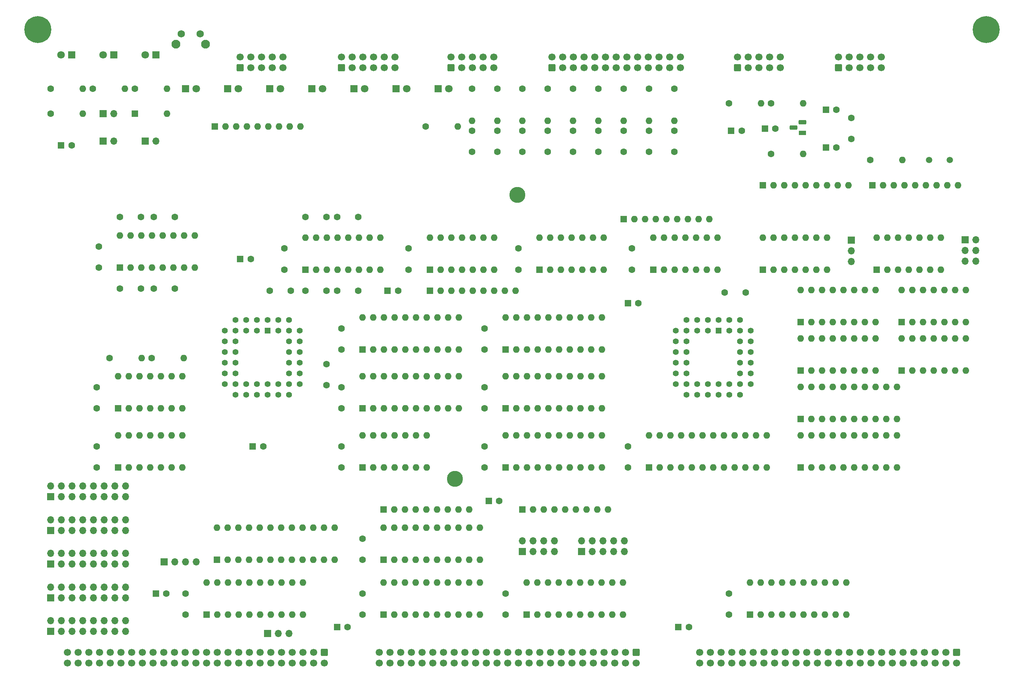
<source format=gbr>
%TF.GenerationSoftware,KiCad,Pcbnew,(6.0.11)*%
%TF.CreationDate,2023-09-02T05:53:18-04:00*%
%TF.ProjectId,input-output.Multi,696e7075-742d-46f7-9574-7075742e4d75,rev?*%
%TF.SameCoordinates,Original*%
%TF.FileFunction,Soldermask,Bot*%
%TF.FilePolarity,Negative*%
%FSLAX46Y46*%
G04 Gerber Fmt 4.6, Leading zero omitted, Abs format (unit mm)*
G04 Created by KiCad (PCBNEW (6.0.11)) date 2023-09-02 05:53:18*
%MOMM*%
%LPD*%
G01*
G04 APERTURE LIST*
G04 Aperture macros list*
%AMRoundRect*
0 Rectangle with rounded corners*
0 $1 Rounding radius*
0 $2 $3 $4 $5 $6 $7 $8 $9 X,Y pos of 4 corners*
0 Add a 4 corners polygon primitive as box body*
4,1,4,$2,$3,$4,$5,$6,$7,$8,$9,$2,$3,0*
0 Add four circle primitives for the rounded corners*
1,1,$1+$1,$2,$3*
1,1,$1+$1,$4,$5*
1,1,$1+$1,$6,$7*
1,1,$1+$1,$8,$9*
0 Add four rect primitives between the rounded corners*
20,1,$1+$1,$2,$3,$4,$5,0*
20,1,$1+$1,$4,$5,$6,$7,0*
20,1,$1+$1,$6,$7,$8,$9,0*
20,1,$1+$1,$8,$9,$2,$3,0*%
G04 Aperture macros list end*
%ADD10R,1.600000X1.600000*%
%ADD11C,1.600000*%
%ADD12O,1.600000X1.600000*%
%ADD13R,1.800000X1.800000*%
%ADD14C,1.800000*%
%ADD15C,6.400000*%
%ADD16R,1.700000X1.700000*%
%ADD17O,1.700000X1.700000*%
%ADD18RoundRect,0.250000X0.600000X-0.600000X0.600000X0.600000X-0.600000X0.600000X-0.600000X-0.600000X0*%
%ADD19C,1.700000*%
%ADD20R,1.422400X1.422400*%
%ADD21C,1.422400*%
%ADD22R,1.800000X1.100000*%
%ADD23RoundRect,0.275000X0.625000X-0.275000X0.625000X0.275000X-0.625000X0.275000X-0.625000X-0.275000X0*%
%ADD24C,2.100000*%
%ADD25C,1.750000*%
%ADD26RoundRect,0.250000X-0.600000X0.600000X-0.600000X-0.600000X0.600000X-0.600000X0.600000X0.600000X0*%
%ADD27C,1.500000*%
%ADD28C,3.800000*%
G04 APERTURE END LIST*
D10*
%TO.C,C1*%
X45500000Y-102500000D03*
D11*
X48000000Y-102500000D03*
%TD*%
D10*
%TO.C,C21*%
X204500000Y-99000000D03*
D11*
X207000000Y-99000000D03*
%TD*%
D10*
%TO.C,C22*%
X212500000Y-98500000D03*
D11*
X215000000Y-98500000D03*
%TD*%
%TO.C,C23*%
X154000000Y-127000000D03*
X154000000Y-132000000D03*
%TD*%
%TO.C,C24*%
X233000000Y-96000000D03*
X233000000Y-101000000D03*
%TD*%
%TO.C,C25*%
X54000000Y-160000000D03*
X54000000Y-165000000D03*
%TD*%
%TO.C,C26*%
X128000000Y-127000000D03*
X128000000Y-132000000D03*
%TD*%
%TO.C,C27*%
X180000000Y-174000000D03*
X180000000Y-179000000D03*
%TD*%
%TO.C,C28*%
X112000000Y-160000000D03*
X112000000Y-165000000D03*
%TD*%
%TO.C,C29*%
X112000000Y-146000000D03*
X112000000Y-151000000D03*
%TD*%
%TO.C,C30*%
X112000000Y-174000000D03*
X112000000Y-179000000D03*
%TD*%
%TO.C,C32*%
X204000000Y-209000000D03*
X204000000Y-214000000D03*
%TD*%
%TO.C,C33*%
X151000000Y-209000000D03*
X151000000Y-214000000D03*
%TD*%
D10*
%TO.C,C34*%
X180000000Y-140000000D03*
D11*
X182500000Y-140000000D03*
%TD*%
D10*
%TO.C,C35*%
X68000000Y-209000000D03*
D11*
X70500000Y-209000000D03*
%TD*%
D10*
%TO.C,C45*%
X123000000Y-137000000D03*
D11*
X125500000Y-137000000D03*
%TD*%
%TO.C,C46*%
X117000000Y-209000000D03*
X117000000Y-214000000D03*
%TD*%
%TO.C,C47*%
X181000000Y-127000000D03*
X181000000Y-132000000D03*
%TD*%
%TO.C,C48*%
X54000000Y-174000000D03*
X54000000Y-179000000D03*
%TD*%
%TO.C,C49*%
X108500000Y-154500000D03*
X108500000Y-159500000D03*
%TD*%
%TO.C,C53*%
X95000000Y-137000000D03*
X100000000Y-137000000D03*
%TD*%
D10*
%TO.C,C54*%
X111000000Y-217000000D03*
D11*
X113500000Y-217000000D03*
%TD*%
D10*
%TO.C,C55*%
X91000000Y-174000000D03*
D11*
X93500000Y-174000000D03*
%TD*%
%TO.C,C56*%
X117000000Y-196000000D03*
X117000000Y-201000000D03*
%TD*%
%TO.C,C57*%
X146000000Y-146000000D03*
X146000000Y-151000000D03*
%TD*%
D10*
%TO.C,C65*%
X147000000Y-187000000D03*
D11*
X149500000Y-187000000D03*
%TD*%
D10*
%TO.C,C66*%
X88000000Y-129500000D03*
D11*
X90500000Y-129500000D03*
%TD*%
D10*
%TO.C,C72*%
X227000000Y-94000000D03*
D11*
X229500000Y-94000000D03*
%TD*%
D10*
%TO.C,C73*%
X227000000Y-103000000D03*
D11*
X229500000Y-103000000D03*
%TD*%
D10*
%TO.C,D1*%
X63000000Y-95000000D03*
D12*
X70620000Y-95000000D03*
%TD*%
D13*
%TO.C,D10*%
X135000000Y-89000000D03*
D14*
X137540000Y-89000000D03*
%TD*%
D15*
%TO.C,H2*%
X265000000Y-75000000D03*
%TD*%
D16*
%TO.C,J3*%
X65500000Y-101500000D03*
D17*
X68040000Y-101500000D03*
%TD*%
D18*
%TO.C,J6*%
X112000000Y-84000000D03*
D19*
X112000000Y-81460000D03*
X114540000Y-84000000D03*
X114540000Y-81460000D03*
X117080000Y-84000000D03*
X117080000Y-81460000D03*
X119620000Y-84000000D03*
X119620000Y-81460000D03*
X122160000Y-84000000D03*
X122160000Y-81460000D03*
X124700000Y-84000000D03*
X124700000Y-81460000D03*
%TD*%
D16*
%TO.C,J11*%
X260000000Y-124920000D03*
D17*
X262540000Y-124920000D03*
X260000000Y-127460000D03*
X262540000Y-127460000D03*
X260000000Y-130000000D03*
X262540000Y-130000000D03*
%TD*%
D16*
%TO.C,JP1*%
X55500000Y-95000000D03*
D17*
X58040000Y-95000000D03*
%TD*%
D18*
%TO.C,P4*%
X88000000Y-84000000D03*
D19*
X88000000Y-81460000D03*
X90540000Y-84000000D03*
X90540000Y-81460000D03*
X93080000Y-84000000D03*
X93080000Y-81460000D03*
X95620000Y-84000000D03*
X95620000Y-81460000D03*
X98160000Y-84000000D03*
X98160000Y-81460000D03*
%TD*%
D18*
%TO.C,P5*%
X138000000Y-84000000D03*
D19*
X138000000Y-81460000D03*
X140540000Y-84000000D03*
X140540000Y-81460000D03*
X143080000Y-84000000D03*
X143080000Y-81460000D03*
X145620000Y-84000000D03*
X145620000Y-81460000D03*
X148160000Y-84000000D03*
X148160000Y-81460000D03*
%TD*%
D11*
%TO.C,R2*%
X43000000Y-95000000D03*
D12*
X50620000Y-95000000D03*
%TD*%
D11*
%TO.C,R5*%
X53000000Y-89000000D03*
D12*
X60620000Y-89000000D03*
%TD*%
D11*
%TO.C,R8*%
X63000000Y-89000000D03*
D12*
X70620000Y-89000000D03*
%TD*%
D11*
%TO.C,R9*%
X57000000Y-153000000D03*
D12*
X64620000Y-153000000D03*
%TD*%
D11*
%TO.C,R12*%
X67000000Y-153000000D03*
D12*
X74620000Y-153000000D03*
%TD*%
D11*
%TO.C,R26*%
X191000000Y-89000000D03*
D12*
X191000000Y-96620000D03*
%TD*%
D11*
%TO.C,R31*%
X204000000Y-92500000D03*
D12*
X211620000Y-92500000D03*
%TD*%
D11*
%TO.C,R32*%
X214000000Y-92500000D03*
D12*
X221620000Y-92500000D03*
%TD*%
D11*
%TO.C,R33*%
X214000000Y-104500000D03*
D12*
X221620000Y-104500000D03*
%TD*%
D11*
%TO.C,R35*%
X132000000Y-98000000D03*
D12*
X139620000Y-98000000D03*
%TD*%
D11*
%TO.C,R36*%
X237500000Y-106000000D03*
D12*
X245120000Y-106000000D03*
%TD*%
D10*
%TO.C,RN1*%
X212000000Y-112000000D03*
D12*
X214540000Y-112000000D03*
X217080000Y-112000000D03*
X219620000Y-112000000D03*
X222160000Y-112000000D03*
X224700000Y-112000000D03*
X227240000Y-112000000D03*
X229780000Y-112000000D03*
X232320000Y-112000000D03*
%TD*%
D10*
%TO.C,RN2*%
X212000000Y-132000000D03*
D12*
X214540000Y-132000000D03*
X217080000Y-132000000D03*
X219620000Y-132000000D03*
X222160000Y-132000000D03*
X224700000Y-132000000D03*
X227240000Y-132000000D03*
X227240000Y-124380000D03*
X224700000Y-124380000D03*
X222160000Y-124380000D03*
X219620000Y-124380000D03*
X217080000Y-124380000D03*
X214540000Y-124380000D03*
X212000000Y-124380000D03*
%TD*%
D10*
%TO.C,RN3*%
X239000000Y-132000000D03*
D12*
X241540000Y-132000000D03*
X244080000Y-132000000D03*
X246620000Y-132000000D03*
X249160000Y-132000000D03*
X251700000Y-132000000D03*
X254240000Y-132000000D03*
X254240000Y-124380000D03*
X251700000Y-124380000D03*
X249160000Y-124380000D03*
X246620000Y-124380000D03*
X244080000Y-124380000D03*
X241540000Y-124380000D03*
X239000000Y-124380000D03*
%TD*%
D10*
%TO.C,RN4*%
X238000000Y-112000000D03*
D12*
X240540000Y-112000000D03*
X243080000Y-112000000D03*
X245620000Y-112000000D03*
X248160000Y-112000000D03*
X250700000Y-112000000D03*
X253240000Y-112000000D03*
X255780000Y-112000000D03*
X258320000Y-112000000D03*
%TD*%
D10*
%TO.C,RN8*%
X179000000Y-120000000D03*
D12*
X181540000Y-120000000D03*
X184080000Y-120000000D03*
X186620000Y-120000000D03*
X189160000Y-120000000D03*
X191700000Y-120000000D03*
X194240000Y-120000000D03*
X196780000Y-120000000D03*
X199320000Y-120000000D03*
%TD*%
D16*
%TO.C,SW2*%
X155000000Y-199000000D03*
D17*
X155000000Y-196460000D03*
X157540000Y-199000000D03*
X157540000Y-196460000D03*
X160080000Y-199000000D03*
X160080000Y-196460000D03*
X162620000Y-199000000D03*
X162620000Y-196460000D03*
%TD*%
D10*
%TO.C,U2*%
X122000000Y-201000000D03*
D12*
X124540000Y-201000000D03*
X127080000Y-201000000D03*
X129620000Y-201000000D03*
X132160000Y-201000000D03*
X134700000Y-201000000D03*
X137240000Y-201000000D03*
X139780000Y-201000000D03*
X142320000Y-201000000D03*
X144860000Y-201000000D03*
X144860000Y-193380000D03*
X142320000Y-193380000D03*
X139780000Y-193380000D03*
X137240000Y-193380000D03*
X134700000Y-193380000D03*
X132160000Y-193380000D03*
X129620000Y-193380000D03*
X127080000Y-193380000D03*
X124540000Y-193380000D03*
X122000000Y-193380000D03*
%TD*%
D10*
%TO.C,U3*%
X122000000Y-214000000D03*
D12*
X124540000Y-214000000D03*
X127080000Y-214000000D03*
X129620000Y-214000000D03*
X132160000Y-214000000D03*
X134700000Y-214000000D03*
X137240000Y-214000000D03*
X139780000Y-214000000D03*
X142320000Y-214000000D03*
X144860000Y-214000000D03*
X144860000Y-206380000D03*
X142320000Y-206380000D03*
X139780000Y-206380000D03*
X137240000Y-206380000D03*
X134700000Y-206380000D03*
X132160000Y-206380000D03*
X129620000Y-206380000D03*
X127080000Y-206380000D03*
X124540000Y-206380000D03*
X122000000Y-206380000D03*
%TD*%
D20*
%TO.C,U4*%
X94500000Y-146500000D03*
D21*
X91960000Y-143960000D03*
X91960000Y-146500000D03*
X89420000Y-143960000D03*
X89420000Y-146500000D03*
X86880000Y-143960000D03*
X84340000Y-146500000D03*
X86880000Y-146500000D03*
X84340000Y-149040000D03*
X86880000Y-149040000D03*
X84340000Y-151580000D03*
X86880000Y-151580000D03*
X84340000Y-154120000D03*
X86880000Y-154120000D03*
X84340000Y-156660000D03*
X86880000Y-156660000D03*
X84340000Y-159200000D03*
X86880000Y-161740000D03*
X86880000Y-159200000D03*
X89420000Y-161740000D03*
X89420000Y-159200000D03*
X91960000Y-161740000D03*
X91960000Y-159200000D03*
X94500000Y-161740000D03*
X94500000Y-159200000D03*
X97040000Y-161740000D03*
X97040000Y-159200000D03*
X99580000Y-161740000D03*
X102120000Y-159200000D03*
X99580000Y-159200000D03*
X102120000Y-156660000D03*
X99580000Y-156660000D03*
X102120000Y-154120000D03*
X99580000Y-154120000D03*
X102120000Y-151580000D03*
X99580000Y-151580000D03*
X102120000Y-149040000D03*
X99580000Y-149040000D03*
X102120000Y-146500000D03*
X99580000Y-143960000D03*
X99580000Y-146500000D03*
X97040000Y-143960000D03*
X97040000Y-146500000D03*
X94500000Y-143960000D03*
%TD*%
D10*
%TO.C,U5*%
X209000000Y-214000000D03*
D12*
X211540000Y-214000000D03*
X214080000Y-214000000D03*
X216620000Y-214000000D03*
X219160000Y-214000000D03*
X221700000Y-214000000D03*
X224240000Y-214000000D03*
X226780000Y-214000000D03*
X229320000Y-214000000D03*
X231860000Y-214000000D03*
X231860000Y-206380000D03*
X229320000Y-206380000D03*
X226780000Y-206380000D03*
X224240000Y-206380000D03*
X221700000Y-206380000D03*
X219160000Y-206380000D03*
X216620000Y-206380000D03*
X214080000Y-206380000D03*
X211540000Y-206380000D03*
X209000000Y-206380000D03*
%TD*%
D10*
%TO.C,U6*%
X117000000Y-179000000D03*
D12*
X119540000Y-179000000D03*
X122080000Y-179000000D03*
X124620000Y-179000000D03*
X127160000Y-179000000D03*
X129700000Y-179000000D03*
X132240000Y-179000000D03*
X132240000Y-171380000D03*
X129700000Y-171380000D03*
X127160000Y-171380000D03*
X124620000Y-171380000D03*
X122080000Y-171380000D03*
X119540000Y-171380000D03*
X117000000Y-171380000D03*
%TD*%
D10*
%TO.C,U7*%
X80000000Y-214000000D03*
D12*
X82540000Y-214000000D03*
X85080000Y-214000000D03*
X87620000Y-214000000D03*
X90160000Y-214000000D03*
X92700000Y-214000000D03*
X95240000Y-214000000D03*
X97780000Y-214000000D03*
X100320000Y-214000000D03*
X102860000Y-214000000D03*
X102860000Y-206380000D03*
X100320000Y-206380000D03*
X97780000Y-206380000D03*
X95240000Y-206380000D03*
X92700000Y-206380000D03*
X90160000Y-206380000D03*
X87620000Y-206380000D03*
X85080000Y-206380000D03*
X82540000Y-206380000D03*
X80000000Y-206380000D03*
%TD*%
D10*
%TO.C,U10*%
X59000000Y-179000000D03*
D12*
X61540000Y-179000000D03*
X64080000Y-179000000D03*
X66620000Y-179000000D03*
X69160000Y-179000000D03*
X71700000Y-179000000D03*
X74240000Y-179000000D03*
X74240000Y-171380000D03*
X71700000Y-171380000D03*
X69160000Y-171380000D03*
X66620000Y-171380000D03*
X64080000Y-171380000D03*
X61540000Y-171380000D03*
X59000000Y-171380000D03*
%TD*%
D10*
%TO.C,U16*%
X159000000Y-132000000D03*
D12*
X161540000Y-132000000D03*
X164080000Y-132000000D03*
X166620000Y-132000000D03*
X169160000Y-132000000D03*
X171700000Y-132000000D03*
X174240000Y-132000000D03*
X174240000Y-124380000D03*
X171700000Y-124380000D03*
X169160000Y-124380000D03*
X166620000Y-124380000D03*
X164080000Y-124380000D03*
X161540000Y-124380000D03*
X159000000Y-124380000D03*
%TD*%
D10*
%TO.C,U19*%
X133000000Y-132000000D03*
D12*
X135540000Y-132000000D03*
X138080000Y-132000000D03*
X140620000Y-132000000D03*
X143160000Y-132000000D03*
X145700000Y-132000000D03*
X148240000Y-132000000D03*
X148240000Y-124380000D03*
X145700000Y-124380000D03*
X143160000Y-124380000D03*
X140620000Y-124380000D03*
X138080000Y-124380000D03*
X135540000Y-124380000D03*
X133000000Y-124380000D03*
%TD*%
D10*
%TO.C,U21*%
X151000000Y-165000000D03*
D12*
X153540000Y-165000000D03*
X156080000Y-165000000D03*
X158620000Y-165000000D03*
X161160000Y-165000000D03*
X163700000Y-165000000D03*
X166240000Y-165000000D03*
X168780000Y-165000000D03*
X171320000Y-165000000D03*
X173860000Y-165000000D03*
X173860000Y-157380000D03*
X171320000Y-157380000D03*
X168780000Y-157380000D03*
X166240000Y-157380000D03*
X163700000Y-157380000D03*
X161160000Y-157380000D03*
X158620000Y-157380000D03*
X156080000Y-157380000D03*
X153540000Y-157380000D03*
X151000000Y-157380000D03*
%TD*%
D10*
%TO.C,U25*%
X186000000Y-132000000D03*
D12*
X188540000Y-132000000D03*
X191080000Y-132000000D03*
X193620000Y-132000000D03*
X196160000Y-132000000D03*
X198700000Y-132000000D03*
X201240000Y-132000000D03*
X201240000Y-124380000D03*
X198700000Y-124380000D03*
X196160000Y-124380000D03*
X193620000Y-124380000D03*
X191080000Y-124380000D03*
X188540000Y-124380000D03*
X186000000Y-124380000D03*
%TD*%
D20*
%TO.C,U26*%
X201500000Y-146500000D03*
D21*
X198960000Y-143960000D03*
X198960000Y-146500000D03*
X196420000Y-143960000D03*
X196420000Y-146500000D03*
X193880000Y-143960000D03*
X191340000Y-146500000D03*
X193880000Y-146500000D03*
X191340000Y-149040000D03*
X193880000Y-149040000D03*
X191340000Y-151580000D03*
X193880000Y-151580000D03*
X191340000Y-154120000D03*
X193880000Y-154120000D03*
X191340000Y-156660000D03*
X193880000Y-156660000D03*
X191340000Y-159200000D03*
X193880000Y-161740000D03*
X193880000Y-159200000D03*
X196420000Y-161740000D03*
X196420000Y-159200000D03*
X198960000Y-161740000D03*
X198960000Y-159200000D03*
X201500000Y-161740000D03*
X201500000Y-159200000D03*
X204040000Y-161740000D03*
X204040000Y-159200000D03*
X206580000Y-161740000D03*
X209120000Y-159200000D03*
X206580000Y-159200000D03*
X209120000Y-156660000D03*
X206580000Y-156660000D03*
X209120000Y-154120000D03*
X206580000Y-154120000D03*
X209120000Y-151580000D03*
X206580000Y-151580000D03*
X209120000Y-149040000D03*
X206580000Y-149040000D03*
X209120000Y-146500000D03*
X206580000Y-143960000D03*
X206580000Y-146500000D03*
X204040000Y-143960000D03*
X204040000Y-146500000D03*
X201500000Y-143960000D03*
%TD*%
D22*
%TO.C,U32*%
X221400000Y-99500000D03*
D23*
X219330000Y-98230000D03*
X221400000Y-96960000D03*
%TD*%
D16*
%TO.C,J1*%
X43000000Y-194000000D03*
D17*
X43000000Y-191460000D03*
X45540000Y-194000000D03*
X45540000Y-191460000D03*
X48080000Y-194000000D03*
X48080000Y-191460000D03*
X50620000Y-194000000D03*
X50620000Y-191460000D03*
X53160000Y-194000000D03*
X53160000Y-191460000D03*
X55700000Y-194000000D03*
X55700000Y-191460000D03*
X58240000Y-194000000D03*
X58240000Y-191460000D03*
X60780000Y-194000000D03*
X60780000Y-191460000D03*
%TD*%
D16*
%TO.C,J5*%
X43000000Y-210000000D03*
D17*
X43000000Y-207460000D03*
X45540000Y-210000000D03*
X45540000Y-207460000D03*
X48080000Y-210000000D03*
X48080000Y-207460000D03*
X50620000Y-210000000D03*
X50620000Y-207460000D03*
X53160000Y-210000000D03*
X53160000Y-207460000D03*
X55700000Y-210000000D03*
X55700000Y-207460000D03*
X58240000Y-210000000D03*
X58240000Y-207460000D03*
X60780000Y-210000000D03*
X60780000Y-207460000D03*
%TD*%
D16*
%TO.C,J12*%
X43000000Y-218000000D03*
D17*
X43000000Y-215460000D03*
X45540000Y-218000000D03*
X45540000Y-215460000D03*
X48080000Y-218000000D03*
X48080000Y-215460000D03*
X50620000Y-218000000D03*
X50620000Y-215460000D03*
X53160000Y-218000000D03*
X53160000Y-215460000D03*
X55700000Y-218000000D03*
X55700000Y-215460000D03*
X58240000Y-218000000D03*
X58240000Y-215460000D03*
X60780000Y-218000000D03*
X60780000Y-215460000D03*
%TD*%
D10*
%TO.C,U1*%
X59000000Y-165000000D03*
D12*
X61540000Y-165000000D03*
X64080000Y-165000000D03*
X66620000Y-165000000D03*
X69160000Y-165000000D03*
X71700000Y-165000000D03*
X74240000Y-165000000D03*
X74240000Y-157380000D03*
X71700000Y-157380000D03*
X69160000Y-157380000D03*
X66620000Y-157380000D03*
X64080000Y-157380000D03*
X61540000Y-157380000D03*
X59000000Y-157380000D03*
%TD*%
D11*
%TO.C,R20*%
X167000000Y-89000000D03*
D12*
X167000000Y-96620000D03*
%TD*%
D11*
%TO.C,C18*%
X185000000Y-99000000D03*
X185000000Y-104000000D03*
%TD*%
D18*
%TO.C,J14*%
X206000000Y-84000000D03*
D19*
X206000000Y-81460000D03*
X208540000Y-84000000D03*
X208540000Y-81460000D03*
X211080000Y-84000000D03*
X211080000Y-81460000D03*
X213620000Y-84000000D03*
X213620000Y-81460000D03*
X216160000Y-84000000D03*
X216160000Y-81460000D03*
%TD*%
D18*
%TO.C,J15*%
X230000000Y-84000000D03*
D19*
X230000000Y-81460000D03*
X232540000Y-84000000D03*
X232540000Y-81460000D03*
X235080000Y-84000000D03*
X235080000Y-81460000D03*
X237620000Y-84000000D03*
X237620000Y-81460000D03*
X240160000Y-84000000D03*
X240160000Y-81460000D03*
%TD*%
D16*
%TO.C,J2*%
X43000000Y-202000000D03*
D17*
X43000000Y-199460000D03*
X45540000Y-202000000D03*
X45540000Y-199460000D03*
X48080000Y-202000000D03*
X48080000Y-199460000D03*
X50620000Y-202000000D03*
X50620000Y-199460000D03*
X53160000Y-202000000D03*
X53160000Y-199460000D03*
X55700000Y-202000000D03*
X55700000Y-199460000D03*
X58240000Y-202000000D03*
X58240000Y-199460000D03*
X60780000Y-202000000D03*
X60780000Y-199460000D03*
%TD*%
D11*
%TO.C,C12*%
X149000000Y-99000000D03*
X149000000Y-104000000D03*
%TD*%
%TO.C,C13*%
X155000000Y-99000000D03*
X155000000Y-104000000D03*
%TD*%
%TO.C,C14*%
X161000000Y-99000000D03*
X161000000Y-104000000D03*
%TD*%
%TO.C,C15*%
X167000000Y-99000000D03*
X167000000Y-104000000D03*
%TD*%
%TO.C,C16*%
X173000000Y-99000000D03*
X173000000Y-104000000D03*
%TD*%
%TO.C,C17*%
X179000000Y-99000000D03*
X179000000Y-104000000D03*
%TD*%
%TO.C,C19*%
X191000000Y-99000000D03*
X191000000Y-104000000D03*
%TD*%
%TO.C,C20*%
X143000000Y-99000000D03*
X143000000Y-104000000D03*
%TD*%
%TO.C,C9*%
X98500000Y-127000000D03*
X98500000Y-132000000D03*
%TD*%
D18*
%TO.C,P6*%
X162000000Y-84000000D03*
D19*
X162000000Y-81460000D03*
X164540000Y-84000000D03*
X164540000Y-81460000D03*
X167080000Y-84000000D03*
X167080000Y-81460000D03*
X169620000Y-84000000D03*
X169620000Y-81460000D03*
X172160000Y-84000000D03*
X172160000Y-81460000D03*
X174700000Y-84000000D03*
X174700000Y-81460000D03*
X177240000Y-84000000D03*
X177240000Y-81460000D03*
X179780000Y-84000000D03*
X179780000Y-81460000D03*
X182320000Y-84000000D03*
X182320000Y-81460000D03*
X184860000Y-84000000D03*
X184860000Y-81460000D03*
X187400000Y-84000000D03*
X187400000Y-81460000D03*
X189940000Y-84000000D03*
X189940000Y-81460000D03*
X192480000Y-84000000D03*
X192480000Y-81460000D03*
%TD*%
D11*
%TO.C,R17*%
X149000000Y-89000000D03*
D12*
X149000000Y-96620000D03*
%TD*%
D11*
%TO.C,R18*%
X155000000Y-89000000D03*
D12*
X155000000Y-96620000D03*
%TD*%
D11*
%TO.C,R19*%
X161000000Y-89000000D03*
D12*
X161000000Y-96620000D03*
%TD*%
D11*
%TO.C,R23*%
X173000000Y-89000000D03*
D12*
X173000000Y-96620000D03*
%TD*%
D11*
%TO.C,R24*%
X179000000Y-89000000D03*
D12*
X179000000Y-96620000D03*
%TD*%
D11*
%TO.C,R25*%
X185000000Y-89000000D03*
D12*
X185000000Y-96620000D03*
%TD*%
D11*
%TO.C,R28*%
X143000000Y-89000000D03*
D12*
X143000000Y-96620000D03*
%TD*%
D10*
%TO.C,RN7*%
X133000000Y-137000000D03*
D12*
X135540000Y-137000000D03*
X138080000Y-137000000D03*
X140620000Y-137000000D03*
X143160000Y-137000000D03*
X145700000Y-137000000D03*
X148240000Y-137000000D03*
X150780000Y-137000000D03*
X153320000Y-137000000D03*
%TD*%
D10*
%TO.C,U12*%
X156000000Y-214000000D03*
D12*
X158540000Y-214000000D03*
X161080000Y-214000000D03*
X163620000Y-214000000D03*
X166160000Y-214000000D03*
X168700000Y-214000000D03*
X171240000Y-214000000D03*
X173780000Y-214000000D03*
X176320000Y-214000000D03*
X178860000Y-214000000D03*
X178860000Y-206380000D03*
X176320000Y-206380000D03*
X173780000Y-206380000D03*
X171240000Y-206380000D03*
X168700000Y-206380000D03*
X166160000Y-206380000D03*
X163620000Y-206380000D03*
X161080000Y-206380000D03*
X158540000Y-206380000D03*
X156000000Y-206380000D03*
%TD*%
D10*
%TO.C,U18*%
X117000000Y-151000000D03*
D12*
X119540000Y-151000000D03*
X122080000Y-151000000D03*
X124620000Y-151000000D03*
X127160000Y-151000000D03*
X129700000Y-151000000D03*
X132240000Y-151000000D03*
X134780000Y-151000000D03*
X137320000Y-151000000D03*
X139860000Y-151000000D03*
X139860000Y-143380000D03*
X137320000Y-143380000D03*
X134780000Y-143380000D03*
X132240000Y-143380000D03*
X129700000Y-143380000D03*
X127160000Y-143380000D03*
X124620000Y-143380000D03*
X122080000Y-143380000D03*
X119540000Y-143380000D03*
X117000000Y-143380000D03*
%TD*%
D10*
%TO.C,U20*%
X151000000Y-151000000D03*
D12*
X153540000Y-151000000D03*
X156080000Y-151000000D03*
X158620000Y-151000000D03*
X161160000Y-151000000D03*
X163700000Y-151000000D03*
X166240000Y-151000000D03*
X168780000Y-151000000D03*
X171320000Y-151000000D03*
X173860000Y-151000000D03*
X173860000Y-143380000D03*
X171320000Y-143380000D03*
X168780000Y-143380000D03*
X166240000Y-143380000D03*
X163700000Y-143380000D03*
X161160000Y-143380000D03*
X158620000Y-143380000D03*
X156080000Y-143380000D03*
X153540000Y-143380000D03*
X151000000Y-143380000D03*
%TD*%
D10*
%TO.C,U22*%
X117000000Y-165000000D03*
D12*
X119540000Y-165000000D03*
X122080000Y-165000000D03*
X124620000Y-165000000D03*
X127160000Y-165000000D03*
X129700000Y-165000000D03*
X132240000Y-165000000D03*
X134780000Y-165000000D03*
X137320000Y-165000000D03*
X139860000Y-165000000D03*
X139860000Y-157380000D03*
X137320000Y-157380000D03*
X134780000Y-157380000D03*
X132240000Y-157380000D03*
X129700000Y-157380000D03*
X127160000Y-157380000D03*
X124620000Y-157380000D03*
X122080000Y-157380000D03*
X119540000Y-157380000D03*
X117000000Y-157380000D03*
%TD*%
D10*
%TO.C,U23*%
X151000000Y-179000000D03*
D12*
X153540000Y-179000000D03*
X156080000Y-179000000D03*
X158620000Y-179000000D03*
X161160000Y-179000000D03*
X163700000Y-179000000D03*
X166240000Y-179000000D03*
X168780000Y-179000000D03*
X171320000Y-179000000D03*
X173860000Y-179000000D03*
X173860000Y-171380000D03*
X171320000Y-171380000D03*
X168780000Y-171380000D03*
X166240000Y-171380000D03*
X163700000Y-171380000D03*
X161160000Y-171380000D03*
X158620000Y-171380000D03*
X156080000Y-171380000D03*
X153540000Y-171380000D03*
X151000000Y-171380000D03*
%TD*%
D16*
%TO.C,J10*%
X233000000Y-125000000D03*
D17*
X233000000Y-127540000D03*
X233000000Y-130080000D03*
%TD*%
D11*
%TO.C,C51*%
X146000000Y-174000000D03*
X146000000Y-179000000D03*
%TD*%
%TO.C,C31*%
X75000000Y-209000000D03*
X75000000Y-214000000D03*
%TD*%
D16*
%TO.C,J13*%
X43000000Y-186000000D03*
D17*
X43000000Y-183460000D03*
X45540000Y-186000000D03*
X45540000Y-183460000D03*
X48080000Y-186000000D03*
X48080000Y-183460000D03*
X50620000Y-186000000D03*
X50620000Y-183460000D03*
X53160000Y-186000000D03*
X53160000Y-183460000D03*
X55700000Y-186000000D03*
X55700000Y-183460000D03*
X58240000Y-186000000D03*
X58240000Y-183460000D03*
X60780000Y-186000000D03*
X60780000Y-183460000D03*
%TD*%
D11*
%TO.C,C52*%
X203000000Y-137500000D03*
X208000000Y-137500000D03*
%TD*%
%TO.C,C2*%
X59500000Y-136500000D03*
X64500000Y-136500000D03*
%TD*%
%TO.C,C3*%
X67500000Y-136500000D03*
X72500000Y-136500000D03*
%TD*%
%TO.C,C4*%
X103500000Y-137000000D03*
X108500000Y-137000000D03*
%TD*%
%TO.C,C5*%
X111000000Y-137000000D03*
X116000000Y-137000000D03*
%TD*%
%TO.C,C6*%
X59500000Y-119500000D03*
X64500000Y-119500000D03*
%TD*%
%TO.C,C8*%
X103500000Y-119500000D03*
X108500000Y-119500000D03*
%TD*%
%TO.C,C10*%
X67500000Y-119500000D03*
X72500000Y-119500000D03*
%TD*%
%TO.C,C11*%
X111000000Y-119500000D03*
X116000000Y-119500000D03*
%TD*%
%TO.C,C50*%
X146000000Y-160000000D03*
X146000000Y-165000000D03*
%TD*%
D10*
%TO.C,U8*%
X59500000Y-131500000D03*
D12*
X62040000Y-131500000D03*
X64580000Y-131500000D03*
X67120000Y-131500000D03*
X69660000Y-131500000D03*
X72200000Y-131500000D03*
X74740000Y-131500000D03*
X77280000Y-131500000D03*
X77280000Y-123880000D03*
X74740000Y-123880000D03*
X72200000Y-123880000D03*
X69660000Y-123880000D03*
X67120000Y-123880000D03*
X64580000Y-123880000D03*
X62040000Y-123880000D03*
X59500000Y-123880000D03*
%TD*%
D10*
%TO.C,U9*%
X103500000Y-132000000D03*
D12*
X106040000Y-132000000D03*
X108580000Y-132000000D03*
X111120000Y-132000000D03*
X113660000Y-132000000D03*
X116200000Y-132000000D03*
X118740000Y-132000000D03*
X121280000Y-132000000D03*
X121280000Y-124380000D03*
X118740000Y-124380000D03*
X116200000Y-124380000D03*
X113660000Y-124380000D03*
X111120000Y-124380000D03*
X108580000Y-124380000D03*
X106040000Y-124380000D03*
X103500000Y-124380000D03*
%TD*%
D13*
%TO.C,D2*%
X58000000Y-81000000D03*
D14*
X55460000Y-81000000D03*
%TD*%
D15*
%TO.C,H1*%
X40000000Y-75000000D03*
%TD*%
D11*
%TO.C,R37*%
X43000000Y-89000000D03*
D12*
X50620000Y-89000000D03*
%TD*%
D24*
%TO.C,SW1*%
X79760000Y-78490000D03*
X72750000Y-78490000D03*
D25*
X74000000Y-76000000D03*
X78500000Y-76000000D03*
%TD*%
D13*
%TO.C,D9*%
X68000000Y-81000000D03*
D14*
X65460000Y-81000000D03*
%TD*%
D13*
%TO.C,D11*%
X48000000Y-81000000D03*
D14*
X45460000Y-81000000D03*
%TD*%
D13*
%TO.C,D5*%
X75000000Y-89000000D03*
D14*
X77540000Y-89000000D03*
%TD*%
D13*
%TO.C,D4*%
X85000000Y-89000000D03*
D14*
X87540000Y-89000000D03*
%TD*%
D13*
%TO.C,D3*%
X95000000Y-89000000D03*
D14*
X97540000Y-89000000D03*
%TD*%
D13*
%TO.C,D6*%
X105000000Y-89000000D03*
D14*
X107540000Y-89000000D03*
%TD*%
D13*
%TO.C,D8*%
X125000000Y-89000000D03*
D14*
X127540000Y-89000000D03*
%TD*%
D13*
%TO.C,D7*%
X115000000Y-89000000D03*
D14*
X117540000Y-89000000D03*
%TD*%
D10*
%TO.C,C44*%
X192000000Y-217000000D03*
D11*
X194500000Y-217000000D03*
%TD*%
D26*
%TO.C,P2*%
X182000000Y-223000000D03*
D19*
X182000000Y-225540000D03*
X179460000Y-223000000D03*
X179460000Y-225540000D03*
X176920000Y-223000000D03*
X176920000Y-225540000D03*
X174380000Y-223000000D03*
X174380000Y-225540000D03*
X171840000Y-223000000D03*
X171840000Y-225540000D03*
X169300000Y-223000000D03*
X169300000Y-225540000D03*
X166760000Y-223000000D03*
X166760000Y-225540000D03*
X164220000Y-223000000D03*
X164220000Y-225540000D03*
X161680000Y-223000000D03*
X161680000Y-225540000D03*
X159140000Y-223000000D03*
X159140000Y-225540000D03*
X156600000Y-223000000D03*
X156600000Y-225540000D03*
X154060000Y-223000000D03*
X154060000Y-225540000D03*
X151520000Y-223000000D03*
X151520000Y-225540000D03*
X148980000Y-223000000D03*
X148980000Y-225540000D03*
X146440000Y-223000000D03*
X146440000Y-225540000D03*
X143900000Y-223000000D03*
X143900000Y-225540000D03*
X141360000Y-223000000D03*
X141360000Y-225540000D03*
X138820000Y-223000000D03*
X138820000Y-225540000D03*
X136280000Y-223000000D03*
X136280000Y-225540000D03*
X133740000Y-223000000D03*
X133740000Y-225540000D03*
X131200000Y-223000000D03*
X131200000Y-225540000D03*
X128660000Y-223000000D03*
X128660000Y-225540000D03*
X126120000Y-223000000D03*
X126120000Y-225540000D03*
X123580000Y-223000000D03*
X123580000Y-225540000D03*
X121040000Y-223000000D03*
X121040000Y-225540000D03*
%TD*%
D26*
%TO.C,P3*%
X258000000Y-223000000D03*
D19*
X258000000Y-225540000D03*
X255460000Y-223000000D03*
X255460000Y-225540000D03*
X252920000Y-223000000D03*
X252920000Y-225540000D03*
X250380000Y-223000000D03*
X250380000Y-225540000D03*
X247840000Y-223000000D03*
X247840000Y-225540000D03*
X245300000Y-223000000D03*
X245300000Y-225540000D03*
X242760000Y-223000000D03*
X242760000Y-225540000D03*
X240220000Y-223000000D03*
X240220000Y-225540000D03*
X237680000Y-223000000D03*
X237680000Y-225540000D03*
X235140000Y-223000000D03*
X235140000Y-225540000D03*
X232600000Y-223000000D03*
X232600000Y-225540000D03*
X230060000Y-223000000D03*
X230060000Y-225540000D03*
X227520000Y-223000000D03*
X227520000Y-225540000D03*
X224980000Y-223000000D03*
X224980000Y-225540000D03*
X222440000Y-223000000D03*
X222440000Y-225540000D03*
X219900000Y-223000000D03*
X219900000Y-225540000D03*
X217360000Y-223000000D03*
X217360000Y-225540000D03*
X214820000Y-223000000D03*
X214820000Y-225540000D03*
X212280000Y-223000000D03*
X212280000Y-225540000D03*
X209740000Y-223000000D03*
X209740000Y-225540000D03*
X207200000Y-223000000D03*
X207200000Y-225540000D03*
X204660000Y-223000000D03*
X204660000Y-225540000D03*
X202120000Y-223000000D03*
X202120000Y-225540000D03*
X199580000Y-223000000D03*
X199580000Y-225540000D03*
X197040000Y-223000000D03*
X197040000Y-225540000D03*
%TD*%
D10*
%TO.C,U11*%
X185000000Y-179000000D03*
D12*
X187540000Y-179000000D03*
X190080000Y-179000000D03*
X192620000Y-179000000D03*
X195160000Y-179000000D03*
X197700000Y-179000000D03*
X200240000Y-179000000D03*
X202780000Y-179000000D03*
X205320000Y-179000000D03*
X207860000Y-179000000D03*
X210400000Y-179000000D03*
X212940000Y-179000000D03*
X212940000Y-171380000D03*
X210400000Y-171380000D03*
X207860000Y-171380000D03*
X205320000Y-171380000D03*
X202780000Y-171380000D03*
X200240000Y-171380000D03*
X197700000Y-171380000D03*
X195160000Y-171380000D03*
X192620000Y-171380000D03*
X190080000Y-171380000D03*
X187540000Y-171380000D03*
X185000000Y-171380000D03*
%TD*%
D26*
%TO.C,P1*%
X108000000Y-223000000D03*
D19*
X108000000Y-225540000D03*
X105460000Y-223000000D03*
X105460000Y-225540000D03*
X102920000Y-223000000D03*
X102920000Y-225540000D03*
X100380000Y-223000000D03*
X100380000Y-225540000D03*
X97840000Y-223000000D03*
X97840000Y-225540000D03*
X95300000Y-223000000D03*
X95300000Y-225540000D03*
X92760000Y-223000000D03*
X92760000Y-225540000D03*
X90220000Y-223000000D03*
X90220000Y-225540000D03*
X87680000Y-223000000D03*
X87680000Y-225540000D03*
X85140000Y-223000000D03*
X85140000Y-225540000D03*
X82600000Y-223000000D03*
X82600000Y-225540000D03*
X80060000Y-223000000D03*
X80060000Y-225540000D03*
X77520000Y-223000000D03*
X77520000Y-225540000D03*
X74980000Y-223000000D03*
X74980000Y-225540000D03*
X72440000Y-223000000D03*
X72440000Y-225540000D03*
X69900000Y-223000000D03*
X69900000Y-225540000D03*
X67360000Y-223000000D03*
X67360000Y-225540000D03*
X64820000Y-223000000D03*
X64820000Y-225540000D03*
X62280000Y-223000000D03*
X62280000Y-225540000D03*
X59740000Y-223000000D03*
X59740000Y-225540000D03*
X57200000Y-223000000D03*
X57200000Y-225540000D03*
X54660000Y-223000000D03*
X54660000Y-225540000D03*
X52120000Y-223000000D03*
X52120000Y-225540000D03*
X49580000Y-223000000D03*
X49580000Y-225540000D03*
X47040000Y-223000000D03*
X47040000Y-225540000D03*
%TD*%
D16*
%TO.C,SW3*%
X169000000Y-199000000D03*
D17*
X169000000Y-196460000D03*
X171540000Y-199000000D03*
X171540000Y-196460000D03*
X174080000Y-199000000D03*
X174080000Y-196460000D03*
X176620000Y-199000000D03*
X176620000Y-196460000D03*
X179160000Y-199000000D03*
X179160000Y-196460000D03*
%TD*%
D10*
%TO.C,RN6*%
X155000000Y-189000000D03*
D12*
X157540000Y-189000000D03*
X160080000Y-189000000D03*
X162620000Y-189000000D03*
X165160000Y-189000000D03*
X167700000Y-189000000D03*
X170240000Y-189000000D03*
X172780000Y-189000000D03*
X175320000Y-189000000D03*
%TD*%
D10*
%TO.C,RN5*%
X122000000Y-189000000D03*
D12*
X124540000Y-189000000D03*
X127080000Y-189000000D03*
X129620000Y-189000000D03*
X132160000Y-189000000D03*
X134700000Y-189000000D03*
X137240000Y-189000000D03*
X139780000Y-189000000D03*
X142320000Y-189000000D03*
%TD*%
D11*
%TO.C,C7*%
X54500000Y-126500000D03*
X54500000Y-131500000D03*
%TD*%
D16*
%TO.C,J4*%
X55500000Y-101500000D03*
D17*
X58040000Y-101500000D03*
%TD*%
D10*
%TO.C,J7*%
X221000000Y-156000000D03*
D12*
X223540000Y-156000000D03*
X226080000Y-156000000D03*
X228620000Y-156000000D03*
X231160000Y-156000000D03*
X233700000Y-156000000D03*
X236240000Y-156000000D03*
X238780000Y-156000000D03*
X238780000Y-148380000D03*
X236240000Y-148380000D03*
X233700000Y-148380000D03*
X231160000Y-148380000D03*
X228620000Y-148380000D03*
X226080000Y-148380000D03*
X223540000Y-148380000D03*
X221000000Y-148380000D03*
%TD*%
D10*
%TO.C,J9*%
X221000000Y-179000000D03*
D12*
X223540000Y-179000000D03*
X226080000Y-179000000D03*
X228620000Y-179000000D03*
X231160000Y-179000000D03*
X233700000Y-179000000D03*
X236240000Y-179000000D03*
X238780000Y-179000000D03*
X241320000Y-179000000D03*
X243860000Y-179000000D03*
X243860000Y-171380000D03*
X241320000Y-171380000D03*
X238780000Y-171380000D03*
X236240000Y-171380000D03*
X233700000Y-171380000D03*
X231160000Y-171380000D03*
X228620000Y-171380000D03*
X226080000Y-171380000D03*
X223540000Y-171380000D03*
X221000000Y-171380000D03*
%TD*%
D10*
%TO.C,J16*%
X245000000Y-156000000D03*
D12*
X247540000Y-156000000D03*
X250080000Y-156000000D03*
X252620000Y-156000000D03*
X255160000Y-156000000D03*
X257700000Y-156000000D03*
X260240000Y-156000000D03*
X260240000Y-148380000D03*
X257700000Y-148380000D03*
X255160000Y-148380000D03*
X252620000Y-148380000D03*
X250080000Y-148380000D03*
X247540000Y-148380000D03*
X245000000Y-148380000D03*
%TD*%
D10*
%TO.C,J17*%
X245000000Y-144500000D03*
D12*
X247540000Y-144500000D03*
X250080000Y-144500000D03*
X252620000Y-144500000D03*
X255160000Y-144500000D03*
X257700000Y-144500000D03*
X260240000Y-144500000D03*
X260240000Y-136880000D03*
X257700000Y-136880000D03*
X255160000Y-136880000D03*
X252620000Y-136880000D03*
X250080000Y-136880000D03*
X247540000Y-136880000D03*
X245000000Y-136880000D03*
%TD*%
D10*
%TO.C,J18*%
X221000000Y-144500000D03*
D12*
X223540000Y-144500000D03*
X226080000Y-144500000D03*
X228620000Y-144500000D03*
X231160000Y-144500000D03*
X233700000Y-144500000D03*
X236240000Y-144500000D03*
X238780000Y-144500000D03*
X238780000Y-136880000D03*
X236240000Y-136880000D03*
X233700000Y-136880000D03*
X231160000Y-136880000D03*
X228620000Y-136880000D03*
X226080000Y-136880000D03*
X223540000Y-136880000D03*
X221000000Y-136880000D03*
%TD*%
D10*
%TO.C,J19*%
X221000000Y-167500000D03*
D12*
X223540000Y-167500000D03*
X226080000Y-167500000D03*
X228620000Y-167500000D03*
X231160000Y-167500000D03*
X233700000Y-167500000D03*
X236240000Y-167500000D03*
X238780000Y-167500000D03*
X241320000Y-167500000D03*
X243860000Y-167500000D03*
X243860000Y-159880000D03*
X241320000Y-159880000D03*
X238780000Y-159880000D03*
X236240000Y-159880000D03*
X233700000Y-159880000D03*
X231160000Y-159880000D03*
X228620000Y-159880000D03*
X226080000Y-159880000D03*
X223540000Y-159880000D03*
X221000000Y-159880000D03*
%TD*%
D10*
%TO.C,U13*%
X82500000Y-201000000D03*
D12*
X85040000Y-201000000D03*
X87580000Y-201000000D03*
X90120000Y-201000000D03*
X92660000Y-201000000D03*
X95200000Y-201000000D03*
X97740000Y-201000000D03*
X100280000Y-201000000D03*
X102820000Y-201000000D03*
X105360000Y-201000000D03*
X107900000Y-201000000D03*
X110440000Y-201000000D03*
X110440000Y-193380000D03*
X107900000Y-193380000D03*
X105360000Y-193380000D03*
X102820000Y-193380000D03*
X100280000Y-193380000D03*
X97740000Y-193380000D03*
X95200000Y-193380000D03*
X92660000Y-193380000D03*
X90120000Y-193380000D03*
X87580000Y-193380000D03*
X85040000Y-193380000D03*
X82500000Y-193380000D03*
%TD*%
D27*
%TO.C,Y1*%
X251500000Y-106000000D03*
X256380000Y-106000000D03*
%TD*%
D10*
%TO.C,RN9*%
X82000000Y-98000000D03*
D12*
X84540000Y-98000000D03*
X87080000Y-98000000D03*
X89620000Y-98000000D03*
X92160000Y-98000000D03*
X94700000Y-98000000D03*
X97240000Y-98000000D03*
X99780000Y-98000000D03*
X102320000Y-98000000D03*
%TD*%
D16*
%TO.C,P7*%
X70000000Y-201500000D03*
D17*
X72540000Y-201500000D03*
X75080000Y-201500000D03*
X77620000Y-201500000D03*
%TD*%
D28*
%TO.C,H4*%
X139000000Y-181750000D03*
%TD*%
D16*
%TO.C,J20*%
X94475000Y-218500000D03*
D17*
X97015000Y-218500000D03*
X99555000Y-218500000D03*
%TD*%
D28*
%TO.C,H3*%
X153750000Y-114250000D03*
%TD*%
M02*

</source>
